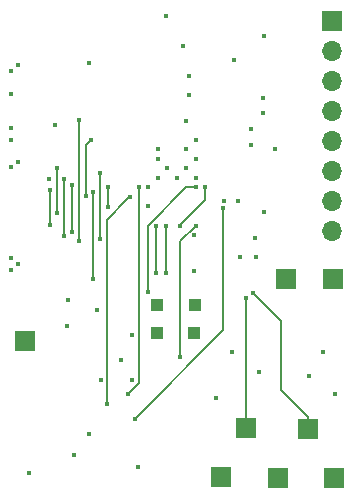
<source format=gbr>
G04 #@! TF.GenerationSoftware,KiCad,Pcbnew,(5.1.0)-1*
G04 #@! TF.CreationDate,2019-07-08T11:08:24-07:00*
G04 #@! TF.ProjectId,MiniScope_V4,4d696e69-5363-46f7-9065-5f56342e6b69,rev?*
G04 #@! TF.SameCoordinates,Original*
G04 #@! TF.FileFunction,Copper,L3,Inr*
G04 #@! TF.FilePolarity,Positive*
%FSLAX46Y46*%
G04 Gerber Fmt 4.6, Leading zero omitted, Abs format (unit mm)*
G04 Created by KiCad (PCBNEW (5.1.0)-1) date 2019-07-08 11:08:24*
%MOMM*%
%LPD*%
G04 APERTURE LIST*
%ADD10R,1.700000X1.700000*%
%ADD11O,1.700000X1.700000*%
%ADD12R,1.000000X1.000000*%
%ADD13C,0.450000*%
%ADD14C,0.152400*%
%ADD15C,0.088900*%
G04 APERTURE END LIST*
D10*
X153000000Y-126450000D03*
X155220000Y-130640000D03*
X150450000Y-130640000D03*
X145630000Y-130590000D03*
X151210000Y-113810000D03*
X155130000Y-113830000D03*
X147780000Y-126440000D03*
X129080000Y-119000000D03*
D11*
X155041600Y-109753400D03*
X155041600Y-107213400D03*
X155041600Y-104673400D03*
X155041600Y-102133400D03*
X155041600Y-99593400D03*
X155041600Y-97053400D03*
X155041600Y-94513400D03*
D10*
X155041600Y-91973400D03*
D12*
X140218160Y-115966240D03*
X143423640Y-115966240D03*
X143410000Y-118350000D03*
X140228320Y-118364000D03*
D13*
X128498600Y-95707200D03*
X127889000Y-113004600D03*
X137185400Y-120650000D03*
X149271920Y-93211720D03*
X129415600Y-130187640D03*
X141005560Y-91485720D03*
X142722600Y-102819200D03*
X134482840Y-95478600D03*
X153136600Y-122016520D03*
X148918810Y-121621670D03*
X148595080Y-111963200D03*
X143383000Y-113106200D03*
X149204680Y-98480880D03*
X133248400Y-128663474D03*
X138658600Y-129692400D03*
X132664200Y-117805200D03*
X149301200Y-108077000D03*
X142965600Y-96581800D03*
X146735802Y-95250000D03*
X148191059Y-102418041D03*
X141935200Y-105232200D03*
X145897600Y-107162600D03*
X140339996Y-103620000D03*
X145250000Y-123860000D03*
X155300000Y-123530000D03*
X128499600Y-103840610D03*
X127889000Y-101015797D03*
X134482840Y-126918720D03*
X138170920Y-122367040D03*
X142448280Y-94020640D03*
X138170919Y-118516400D03*
X146613880Y-119959120D03*
X128498600Y-112522000D03*
X127889000Y-104317800D03*
X127889000Y-96189802D03*
X154279600Y-119928640D03*
X135463280Y-122321320D03*
X135168640Y-116443760D03*
X132684520Y-115529360D03*
X143377920Y-110042960D03*
X148176919Y-101058041D03*
X141122400Y-104419400D03*
X142722600Y-100380800D03*
X139522200Y-106019604D03*
X150241000Y-102781100D03*
X143520000Y-103620000D03*
X140335300Y-102806504D03*
X127890000Y-112050000D03*
X127889000Y-101981000D03*
X143510000Y-105219500D03*
X147142200Y-107213400D03*
X147235080Y-111961760D03*
X149204680Y-99766120D03*
X148513800Y-110312200D03*
X143550640Y-102001320D03*
X142722600Y-104419400D03*
X142951200Y-98221800D03*
X140320000Y-105230002D03*
X134823200Y-106420920D03*
X134823202Y-113807240D03*
X135976360Y-124338080D03*
X137922000Y-106807000D03*
X143520000Y-106020000D03*
X139450000Y-114880000D03*
X144320000Y-106020000D03*
X142160000Y-109280000D03*
X140131812Y-109296200D03*
X140167360Y-113294160D03*
X141030960Y-113314480D03*
X141030000Y-109270000D03*
X137820400Y-123489720D03*
X138734800Y-106019600D03*
X138367601Y-125603000D03*
X145872200Y-107817922D03*
X131190000Y-109220000D03*
X131190000Y-106260000D03*
X136070000Y-106020000D03*
X136070000Y-107690000D03*
X131631563Y-100763197D03*
X127889000Y-98120200D03*
X134220000Y-106750000D03*
X134641807Y-102023611D03*
X133640000Y-100350000D03*
X133650000Y-110602100D03*
X133060000Y-109800000D03*
X133070000Y-105790000D03*
X139520000Y-107620000D03*
X131140000Y-105290000D03*
X132410000Y-105300000D03*
X132410000Y-110110000D03*
X131800000Y-104400000D03*
X131800000Y-108180000D03*
X135420000Y-104810000D03*
X135420000Y-110409999D03*
X147750000Y-115360000D03*
X148350000Y-114960000D03*
X143570000Y-109260000D03*
X142220000Y-120370000D03*
D14*
X134823202Y-113807240D02*
X134823202Y-106420922D01*
D15*
X134823202Y-106420922D02*
X134823200Y-106420920D01*
D14*
X135976360Y-124338080D02*
X135976360Y-108752640D01*
X137697001Y-107031999D02*
X137922000Y-106807000D01*
X135976360Y-108752640D02*
X137697001Y-107031999D01*
X139450000Y-109290000D02*
X139450000Y-114880000D01*
X143520000Y-106020000D02*
X142720000Y-106020000D01*
X142720000Y-106020000D02*
X139450000Y-109290000D01*
X144320000Y-106020000D02*
X144320000Y-107120000D01*
X142384999Y-109055001D02*
X142160000Y-109280000D01*
X144320000Y-107120000D02*
X142384999Y-109055001D01*
X140131812Y-113258612D02*
X140131812Y-109614398D01*
X140131812Y-109614398D02*
X140131812Y-109296200D01*
X140147040Y-113273840D02*
X140131812Y-113258612D01*
X141030960Y-113314480D02*
X141030960Y-109270960D01*
X141030960Y-109270960D02*
X141030000Y-109270000D01*
X137820400Y-123489720D02*
X138734800Y-122575320D01*
X138734800Y-122575320D02*
X138734800Y-106337798D01*
X138734800Y-106337798D02*
X138734800Y-106019600D01*
X145872200Y-118098401D02*
X138367601Y-125603000D01*
X145872200Y-107817922D02*
X145872200Y-118098401D01*
X131190000Y-109220000D02*
X131190000Y-106260000D01*
X136070000Y-106020000D02*
X136070000Y-107690000D01*
X134220000Y-106750000D02*
X134220000Y-102445418D01*
X134220000Y-102445418D02*
X134416808Y-102248610D01*
X134416808Y-102248610D02*
X134641807Y-102023611D01*
X133640000Y-100350000D02*
X133640000Y-110592100D01*
X133640000Y-110592100D02*
X133650000Y-110602100D01*
X133060000Y-109800000D02*
X133060000Y-105800000D01*
X133060000Y-105800000D02*
X133070000Y-105790000D01*
X132410000Y-105300000D02*
X132410000Y-110110000D01*
X131800000Y-104400000D02*
X131800000Y-108180000D01*
X135420000Y-104810000D02*
X135420000Y-110409999D01*
X147780000Y-126440000D02*
X147780000Y-115390000D01*
X147780000Y-115390000D02*
X147750000Y-115360000D01*
X153000000Y-125447600D02*
X153000000Y-126450000D01*
X150760000Y-123207600D02*
X153000000Y-125447600D01*
X148350000Y-114960000D02*
X150760000Y-117370000D01*
X150760000Y-117370000D02*
X150760000Y-123207600D01*
X143570000Y-109260000D02*
X142220000Y-110610000D01*
X142220000Y-110610000D02*
X142220000Y-120370000D01*
M02*

</source>
